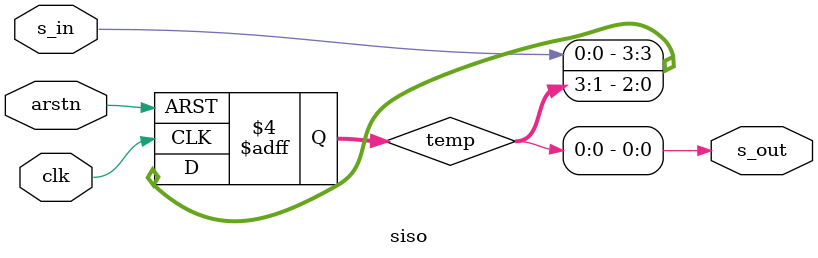
<source format=v>
module siso #(parameter width = 4) (input s_in,clk,arstn,output s_out);
  reg [width-1:0] temp;
  always @(posedge clk,negedge arstn)begin
    if(!arstn)
      temp<=0;
    else begin
      temp <= temp >> 1;
      temp[3] <= s_in;
    end
  end
 assign s_out = temp[0];
endmodule

</source>
